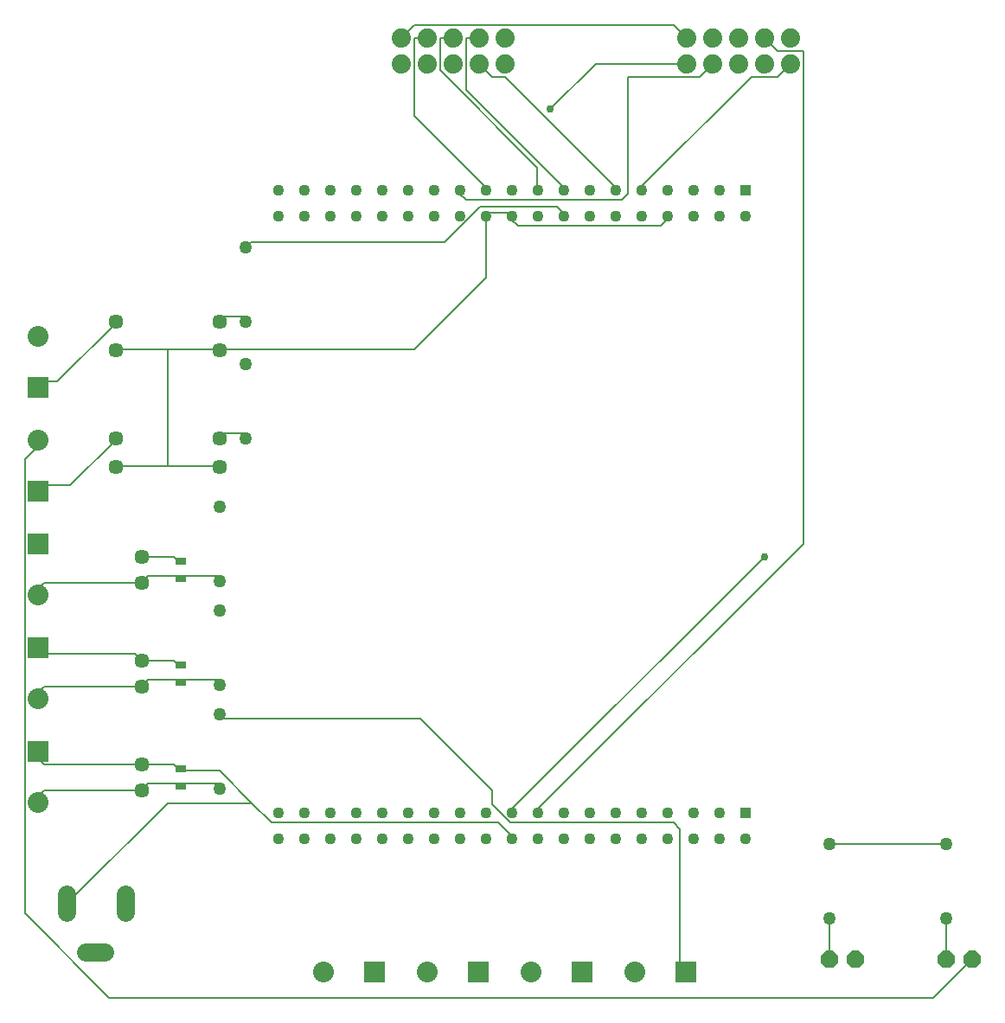
<source format=gbr>
G04 EAGLE Gerber RS-274X export*
G75*
%MOMM*%
%FSLAX34Y34*%
%LPD*%
%INTop Copper*%
%IPPOS*%
%AMOC8*
5,1,8,0,0,1.08239X$1,22.5*%
G01*
G04 Define Apertures*
%ADD10R,2.032000X2.032000*%
%ADD11C,2.032000*%
%ADD12C,1.450000*%
%ADD13C,1.260000*%
%ADD14R,0.973900X0.798700*%
%ADD15C,1.800000*%
%ADD16R,1.108000X1.108000*%
%ADD17C,1.108000*%
%ADD18C,1.453900*%
%ADD19P,1.81452X8X22.5*%
%ADD20C,1.879600*%
%ADD21C,0.152400*%
%ADD22C,0.756400*%
D10*
X50800Y469500D03*
D11*
X50800Y419500D03*
D12*
X152400Y431800D03*
X152400Y457200D03*
D13*
X228600Y506100D03*
X228600Y433700D03*
D10*
X50800Y367900D03*
D11*
X50800Y317900D03*
D12*
X152400Y330200D03*
X152400Y355600D03*
D13*
X228600Y404500D03*
X228600Y332100D03*
D10*
X50800Y266300D03*
D11*
X50800Y216300D03*
D12*
X152400Y228600D03*
X152400Y254000D03*
D13*
X228600Y302900D03*
X228600Y230500D03*
D14*
X190500Y452652D03*
X190500Y436348D03*
X190500Y351052D03*
X190500Y334748D03*
X190500Y249452D03*
X190500Y233148D03*
D15*
X79000Y126960D02*
X79000Y108960D01*
X137000Y108960D02*
X137000Y126960D01*
X116000Y69960D02*
X98000Y69960D01*
D16*
X743363Y816500D03*
D17*
X743363Y791100D03*
D16*
X743363Y206900D03*
D17*
X743363Y181500D03*
X717963Y206900D03*
X717963Y181500D03*
X717963Y816500D03*
X717963Y791100D03*
X692563Y816500D03*
X692563Y791100D03*
X667163Y816500D03*
X667163Y791100D03*
X641763Y816500D03*
X641763Y791100D03*
X616363Y816500D03*
X616363Y791100D03*
X590963Y816500D03*
X590963Y791100D03*
X565563Y816500D03*
X565563Y791100D03*
X540163Y816500D03*
X540163Y791100D03*
X514763Y816500D03*
X514763Y791100D03*
X489363Y816500D03*
X489363Y791100D03*
X463963Y816500D03*
X463963Y791100D03*
X438563Y816500D03*
X438563Y791100D03*
X413163Y816500D03*
X413163Y791100D03*
X387763Y816500D03*
X387763Y791100D03*
X362363Y816500D03*
X362363Y791100D03*
X336963Y816500D03*
X336963Y791100D03*
X311563Y816500D03*
X311563Y791100D03*
X286163Y816500D03*
X286163Y791100D03*
X692563Y206900D03*
X692563Y181500D03*
X667163Y206900D03*
X667163Y181500D03*
X641763Y206900D03*
X641763Y181500D03*
X616363Y206900D03*
X616363Y181500D03*
X590963Y206900D03*
X590963Y181500D03*
X565563Y206900D03*
X565563Y181500D03*
X540163Y206900D03*
X540163Y181500D03*
X514763Y206900D03*
X514763Y181500D03*
X489363Y206900D03*
X489363Y181500D03*
X463963Y206900D03*
X463963Y181500D03*
X438563Y206900D03*
X438563Y181500D03*
X413163Y206900D03*
X413163Y181500D03*
X387763Y206900D03*
X387763Y181500D03*
X362363Y206900D03*
X362363Y181500D03*
X336963Y206900D03*
X336963Y181500D03*
X311563Y206900D03*
X311563Y181500D03*
X286163Y206900D03*
X286163Y181500D03*
D10*
X380600Y50800D03*
D11*
X330600Y50800D03*
D10*
X482200Y50800D03*
D11*
X432200Y50800D03*
D10*
X583800Y50800D03*
D11*
X533800Y50800D03*
D10*
X685400Y50800D03*
D11*
X635400Y50800D03*
D18*
X127000Y687050D03*
X127000Y659150D03*
X228600Y659150D03*
X228600Y687050D03*
X127000Y572750D03*
X127000Y544850D03*
X228600Y544850D03*
X228600Y572750D03*
D13*
X254000Y760100D03*
X254000Y687700D03*
D19*
X825500Y63500D03*
X850900Y63500D03*
D13*
X825500Y175900D03*
X825500Y103500D03*
D10*
X50800Y622700D03*
D11*
X50800Y672700D03*
D19*
X939800Y63500D03*
X965200Y63500D03*
D13*
X939800Y175900D03*
X939800Y103500D03*
D10*
X50800Y521100D03*
D11*
X50800Y571100D03*
D13*
X254000Y645800D03*
X254000Y573400D03*
D20*
X685800Y939800D03*
X685800Y965200D03*
X711200Y939800D03*
X711200Y965200D03*
X736600Y939800D03*
X736600Y965200D03*
X762000Y939800D03*
X762000Y965200D03*
X787400Y939800D03*
X787400Y965200D03*
X406400Y939800D03*
X406400Y965200D03*
X431800Y939800D03*
X431800Y965200D03*
X457200Y939800D03*
X457200Y965200D03*
X482600Y939800D03*
X482600Y965200D03*
X508000Y939800D03*
X508000Y965200D03*
D21*
X558800Y800100D02*
X565150Y793750D01*
X565563Y791100D01*
X679450Y190500D02*
X679450Y50800D01*
X425450Y298450D02*
X228600Y298450D01*
X679450Y50800D02*
X685400Y50800D01*
X228600Y298450D02*
X228600Y302900D01*
X513746Y196850D02*
X673100Y196850D01*
X513746Y196850D02*
X495300Y215296D01*
X495300Y228600D01*
X425450Y298450D01*
X254000Y760100D02*
X259080Y765180D01*
X484031Y800100D02*
X558800Y800100D01*
X484031Y800100D02*
X449111Y765180D01*
X259080Y765180D01*
X673100Y196850D02*
X679450Y190500D01*
X228600Y438150D02*
X190500Y438150D01*
X228600Y438150D02*
X228600Y433700D01*
X158750Y438150D02*
X152400Y431800D01*
X158750Y438150D02*
X190500Y438150D01*
X190500Y436348D01*
X57150Y431800D02*
X50800Y425450D01*
X57150Y431800D02*
X152400Y431800D01*
X50800Y425450D02*
X50800Y419500D01*
X184150Y254000D02*
X190500Y247650D01*
X184150Y254000D02*
X152400Y254000D01*
X501650Y196850D02*
X514350Y184150D01*
X501650Y196850D02*
X279400Y196850D01*
X260350Y215900D02*
X228600Y247650D01*
X260350Y215900D02*
X279400Y196850D01*
X228600Y247650D02*
X190500Y247650D01*
X514350Y184150D02*
X514763Y181500D01*
X190500Y247650D02*
X190500Y249452D01*
X57150Y254000D02*
X50800Y260350D01*
X57150Y254000D02*
X152400Y254000D01*
X50800Y260350D02*
X50800Y266300D01*
X177800Y215900D02*
X82550Y120650D01*
X177800Y215900D02*
X260350Y215900D01*
X82550Y120650D02*
X79000Y117960D01*
X488950Y793750D02*
X514350Y793750D01*
X514763Y791100D01*
X660400Y781050D02*
X666750Y787400D01*
X660400Y781050D02*
X520700Y781050D01*
X514350Y787400D01*
X666750Y787400D02*
X667163Y791100D01*
X514763Y791100D02*
X514350Y787400D01*
X406400Y965200D02*
X419100Y977900D01*
X673100Y977900D01*
X685800Y965200D01*
X184150Y355600D02*
X190500Y349250D01*
X184150Y355600D02*
X152400Y355600D01*
X190500Y351052D02*
X190500Y349250D01*
X152400Y355600D02*
X146050Y361950D01*
X50800Y361950D01*
X50800Y367900D01*
X177800Y660400D02*
X228600Y660400D01*
X177800Y660400D02*
X127000Y660400D01*
X127000Y659150D01*
X184150Y457200D02*
X190500Y450850D01*
X184150Y457200D02*
X152400Y457200D01*
X190500Y452652D02*
X190500Y450850D01*
X177800Y546100D02*
X127000Y546100D01*
X177800Y546100D02*
X228600Y546100D01*
X228600Y544850D01*
X127000Y544850D02*
X127000Y546100D01*
X177800Y546100D02*
X177800Y660400D01*
X228600Y660400D02*
X419100Y660400D01*
X228600Y660400D02*
X228600Y659150D01*
X488950Y791513D02*
X489363Y791100D01*
X488950Y791513D02*
X488950Y793750D01*
X489363Y791100D02*
X489363Y730663D01*
X419100Y660400D01*
X228600Y336550D02*
X190500Y336550D01*
X228600Y336550D02*
X228600Y332100D01*
X158750Y336550D02*
X152400Y330200D01*
X158750Y336550D02*
X190500Y336550D01*
X190500Y334748D01*
X57150Y330200D02*
X50800Y323850D01*
X57150Y330200D02*
X152400Y330200D01*
X50800Y323850D02*
X50800Y317900D01*
X190500Y234950D02*
X228600Y234950D01*
X228600Y230500D01*
X158750Y234950D02*
X152400Y228600D01*
X158750Y234950D02*
X190500Y234950D01*
X190500Y233148D01*
X57150Y228600D02*
X50800Y222250D01*
X57150Y228600D02*
X152400Y228600D01*
X50800Y222250D02*
X50800Y216300D01*
X825500Y175900D02*
X939800Y175900D01*
X552450Y895350D02*
X596900Y939800D01*
X685800Y939800D01*
D22*
X552450Y895350D03*
D21*
X254000Y692150D02*
X228600Y692150D01*
X254000Y692150D02*
X254000Y687700D01*
X228600Y687050D02*
X228600Y692150D01*
X825500Y103500D02*
X825500Y63500D01*
X127000Y685800D02*
X69850Y628650D01*
X50800Y628650D01*
X127000Y685800D02*
X127000Y687050D01*
X50800Y628650D02*
X50800Y622700D01*
X939800Y103500D02*
X939800Y63500D01*
X965200Y63500D02*
X927100Y25400D01*
X120650Y25400D01*
X38100Y107950D01*
X38100Y552450D01*
X50800Y565150D01*
X50800Y571100D01*
X82550Y527050D02*
X127000Y571500D01*
X82550Y527050D02*
X50800Y527050D01*
X127000Y571500D02*
X127000Y572750D01*
X50800Y527050D02*
X50800Y521100D01*
X228600Y577850D02*
X254000Y577850D01*
X228600Y577850D02*
X228600Y572750D01*
X254000Y573400D02*
X254000Y577850D01*
X514350Y209550D02*
X762000Y457200D01*
X514350Y209550D02*
X514763Y206900D01*
D22*
X762000Y457200D03*
D21*
X800100Y469900D02*
X539750Y209550D01*
X800100Y469900D02*
X800100Y952500D01*
X774700Y952500D01*
X762000Y965200D01*
X539750Y209550D02*
X540163Y206900D01*
X641350Y819150D02*
X749300Y927100D01*
X774700Y927100D01*
X787400Y939800D01*
X641350Y819150D02*
X641763Y816500D01*
X488950Y819150D02*
X419100Y889000D01*
X419100Y965200D01*
X431800Y965200D01*
X488950Y819150D02*
X489363Y816500D01*
X539750Y819150D02*
X539750Y838200D01*
X444500Y933450D01*
X444500Y965200D01*
X457200Y965200D01*
X539750Y819150D02*
X540163Y816500D01*
X565150Y819150D02*
X469900Y914400D01*
X469900Y965200D01*
X482600Y965200D01*
X565150Y819150D02*
X565563Y816500D01*
X469900Y806450D02*
X463550Y812800D01*
X469900Y806450D02*
X622300Y806450D01*
X628650Y812800D01*
X628650Y927100D01*
X698500Y927100D01*
X711200Y939800D01*
X463963Y816500D02*
X463550Y812800D01*
X508000Y927100D02*
X615950Y819150D01*
X508000Y927100D02*
X495300Y927100D01*
X482600Y939800D01*
X615950Y819150D02*
X616363Y816500D01*
M02*

</source>
